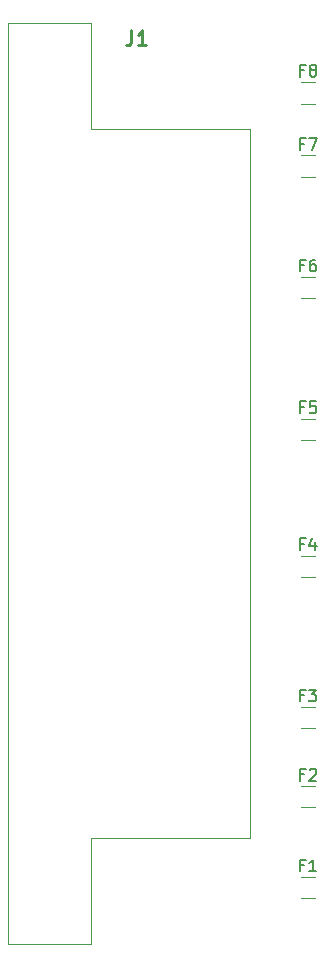
<source format=gbr>
%TF.GenerationSoftware,KiCad,Pcbnew,(6.0.8)*%
%TF.CreationDate,2024-08-14T07:32:43+02:00*%
%TF.ProjectId,FUSE_TestBoard,46555345-5f54-4657-9374-426f6172642e,rev?*%
%TF.SameCoordinates,Original*%
%TF.FileFunction,Legend,Top*%
%TF.FilePolarity,Positive*%
%FSLAX46Y46*%
G04 Gerber Fmt 4.6, Leading zero omitted, Abs format (unit mm)*
G04 Created by KiCad (PCBNEW (6.0.8)) date 2024-08-14 07:32:43*
%MOMM*%
%LPD*%
G01*
G04 APERTURE LIST*
%ADD10C,0.150000*%
%ADD11C,0.254000*%
%ADD12C,0.120000*%
%ADD13C,0.100000*%
G04 APERTURE END LIST*
D10*
%TO.C,F8*%
X175679166Y-78308571D02*
X175345833Y-78308571D01*
X175345833Y-78832380D02*
X175345833Y-77832380D01*
X175822023Y-77832380D01*
X176345833Y-78260952D02*
X176250595Y-78213333D01*
X176202976Y-78165714D01*
X176155357Y-78070476D01*
X176155357Y-78022857D01*
X176202976Y-77927619D01*
X176250595Y-77880000D01*
X176345833Y-77832380D01*
X176536309Y-77832380D01*
X176631547Y-77880000D01*
X176679166Y-77927619D01*
X176726785Y-78022857D01*
X176726785Y-78070476D01*
X176679166Y-78165714D01*
X176631547Y-78213333D01*
X176536309Y-78260952D01*
X176345833Y-78260952D01*
X176250595Y-78308571D01*
X176202976Y-78356190D01*
X176155357Y-78451428D01*
X176155357Y-78641904D01*
X176202976Y-78737142D01*
X176250595Y-78784761D01*
X176345833Y-78832380D01*
X176536309Y-78832380D01*
X176631547Y-78784761D01*
X176679166Y-78737142D01*
X176726785Y-78641904D01*
X176726785Y-78451428D01*
X176679166Y-78356190D01*
X176631547Y-78308571D01*
X176536309Y-78260952D01*
%TO.C,F7*%
X175679166Y-84508571D02*
X175345833Y-84508571D01*
X175345833Y-85032380D02*
X175345833Y-84032380D01*
X175822023Y-84032380D01*
X176107738Y-84032380D02*
X176774404Y-84032380D01*
X176345833Y-85032380D01*
%TO.C,F6*%
X175679166Y-94808571D02*
X175345833Y-94808571D01*
X175345833Y-95332380D02*
X175345833Y-94332380D01*
X175822023Y-94332380D01*
X176631547Y-94332380D02*
X176441071Y-94332380D01*
X176345833Y-94380000D01*
X176298214Y-94427619D01*
X176202976Y-94570476D01*
X176155357Y-94760952D01*
X176155357Y-95141904D01*
X176202976Y-95237142D01*
X176250595Y-95284761D01*
X176345833Y-95332380D01*
X176536309Y-95332380D01*
X176631547Y-95284761D01*
X176679166Y-95237142D01*
X176726785Y-95141904D01*
X176726785Y-94903809D01*
X176679166Y-94808571D01*
X176631547Y-94760952D01*
X176536309Y-94713333D01*
X176345833Y-94713333D01*
X176250595Y-94760952D01*
X176202976Y-94808571D01*
X176155357Y-94903809D01*
%TO.C,F5*%
X175679166Y-106808571D02*
X175345833Y-106808571D01*
X175345833Y-107332380D02*
X175345833Y-106332380D01*
X175822023Y-106332380D01*
X176679166Y-106332380D02*
X176202976Y-106332380D01*
X176155357Y-106808571D01*
X176202976Y-106760952D01*
X176298214Y-106713333D01*
X176536309Y-106713333D01*
X176631547Y-106760952D01*
X176679166Y-106808571D01*
X176726785Y-106903809D01*
X176726785Y-107141904D01*
X176679166Y-107237142D01*
X176631547Y-107284761D01*
X176536309Y-107332380D01*
X176298214Y-107332380D01*
X176202976Y-107284761D01*
X176155357Y-107237142D01*
%TO.C,F4*%
X175666666Y-118408571D02*
X175333333Y-118408571D01*
X175333333Y-118932380D02*
X175333333Y-117932380D01*
X175809523Y-117932380D01*
X176619047Y-118265714D02*
X176619047Y-118932380D01*
X176380952Y-117884761D02*
X176142857Y-118599047D01*
X176761904Y-118599047D01*
%TO.C,F3*%
X175666666Y-131208571D02*
X175333333Y-131208571D01*
X175333333Y-131732380D02*
X175333333Y-130732380D01*
X175809523Y-130732380D01*
X176095238Y-130732380D02*
X176714285Y-130732380D01*
X176380952Y-131113333D01*
X176523809Y-131113333D01*
X176619047Y-131160952D01*
X176666666Y-131208571D01*
X176714285Y-131303809D01*
X176714285Y-131541904D01*
X176666666Y-131637142D01*
X176619047Y-131684761D01*
X176523809Y-131732380D01*
X176238095Y-131732380D01*
X176142857Y-131684761D01*
X176095238Y-131637142D01*
%TO.C,F2*%
X175679166Y-137908571D02*
X175345833Y-137908571D01*
X175345833Y-138432380D02*
X175345833Y-137432380D01*
X175822023Y-137432380D01*
X176155357Y-137527619D02*
X176202976Y-137480000D01*
X176298214Y-137432380D01*
X176536309Y-137432380D01*
X176631547Y-137480000D01*
X176679166Y-137527619D01*
X176726785Y-137622857D01*
X176726785Y-137718095D01*
X176679166Y-137860952D01*
X176107738Y-138432380D01*
X176726785Y-138432380D01*
%TO.C,F1*%
X175666666Y-145608571D02*
X175333333Y-145608571D01*
X175333333Y-146132380D02*
X175333333Y-145132380D01*
X175809523Y-145132380D01*
X176714285Y-146132380D02*
X176142857Y-146132380D01*
X176428571Y-146132380D02*
X176428571Y-145132380D01*
X176333333Y-145275238D01*
X176238095Y-145370476D01*
X176142857Y-145418095D01*
D11*
%TO.C,J1*%
X161076666Y-74904523D02*
X161076666Y-75811666D01*
X161016190Y-75993095D01*
X160895238Y-76114047D01*
X160713809Y-76174523D01*
X160592857Y-76174523D01*
X162346666Y-76174523D02*
X161620952Y-76174523D01*
X161983809Y-76174523D02*
X161983809Y-74904523D01*
X161862857Y-75085952D01*
X161741904Y-75206904D01*
X161620952Y-75267380D01*
D12*
%TO.C,F8*%
X175410436Y-81110000D02*
X176614564Y-81110000D01*
X175410436Y-79290000D02*
X176614564Y-79290000D01*
%TO.C,F7*%
X175410436Y-87310000D02*
X176614564Y-87310000D01*
X175410436Y-85490000D02*
X176614564Y-85490000D01*
%TO.C,F6*%
X175410436Y-97610000D02*
X176614564Y-97610000D01*
X175410436Y-95790000D02*
X176614564Y-95790000D01*
%TO.C,F5*%
X175410436Y-109610000D02*
X176614564Y-109610000D01*
X175410436Y-107790000D02*
X176614564Y-107790000D01*
%TO.C,F4*%
X175397936Y-121210000D02*
X176602064Y-121210000D01*
X175397936Y-119390000D02*
X176602064Y-119390000D01*
%TO.C,F3*%
X175397936Y-132190000D02*
X176602064Y-132190000D01*
X175397936Y-134010000D02*
X176602064Y-134010000D01*
%TO.C,F2*%
X175410436Y-140710000D02*
X176614564Y-140710000D01*
X175410436Y-138890000D02*
X176614564Y-138890000D01*
%TO.C,F1*%
X175397936Y-148410000D02*
X176602064Y-148410000D01*
X175397936Y-146590000D02*
X176602064Y-146590000D01*
D13*
%TO.C,J1*%
X150650000Y-152300000D02*
X150650000Y-74300000D01*
X157650000Y-74300000D02*
X157650000Y-83300000D01*
X157650000Y-143300000D02*
X157650000Y-152300000D01*
X171150000Y-143300000D02*
X157650000Y-143300000D01*
X157650000Y-152300000D02*
X150650000Y-152300000D01*
X171150000Y-83300000D02*
X171150000Y-143300000D01*
X157650000Y-83300000D02*
X171150000Y-83300000D01*
X150650000Y-74300000D02*
X157650000Y-74300000D01*
%TD*%
M02*

</source>
